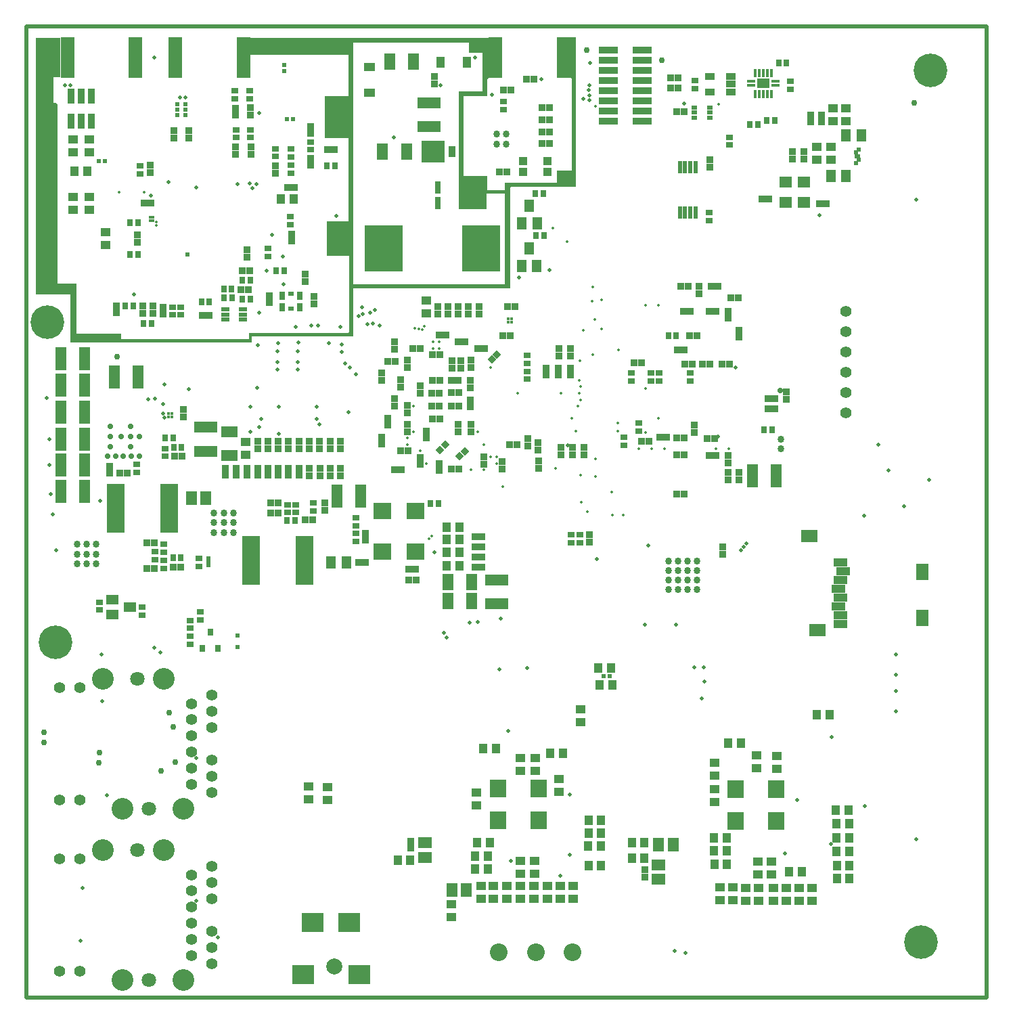
<source format=gbs>
%FSLAX25Y25*%
%MOIN*%
G70*
G01*
G75*
G04 Layer_Color=16711935*
%ADD10C,0.01969*%
%ADD11C,0.01181*%
%ADD12R,0.05906X0.22047*%
%ADD13R,0.06299X0.19291*%
%ADD14R,0.02441X0.02441*%
%ADD15R,0.02559X0.02165*%
%ADD16R,0.02165X0.02559*%
%ADD17R,0.05512X0.03740*%
%ADD18R,0.02441X0.02441*%
%ADD19R,0.07087X0.04528*%
%ADD20R,0.03937X0.03543*%
%ADD21R,0.03543X0.03937*%
%ADD22R,0.04528X0.07087*%
%ADD23R,0.05709X0.04528*%
%ADD24R,0.04528X0.10630*%
%ADD25R,0.04528X0.05709*%
%ADD26R,0.10630X0.04528*%
%ADD27R,0.01654X0.01811*%
%ADD28R,0.01575X0.01575*%
%ADD29R,0.05512X0.04134*%
%ADD30R,0.08661X0.20472*%
%ADD31R,0.23622X0.07874*%
%ADD32R,0.06693X0.02795*%
%ADD33R,0.02795X0.06693*%
%ADD34R,0.01969X0.01969*%
%ADD35R,0.01969X0.01378*%
%ADD36R,0.01969X0.01969*%
%ADD37R,0.01378X0.01969*%
G04:AMPARAMS|DCode=38|XSize=13.78mil|YSize=19.69mil|CornerRadius=0mil|HoleSize=0mil|Usage=FLASHONLY|Rotation=315.000|XOffset=0mil|YOffset=0mil|HoleType=Round|Shape=Rectangle|*
%AMROTATEDRECTD38*
4,1,4,-0.01183,-0.00209,0.00209,0.01183,0.01183,0.00209,-0.00209,-0.01183,-0.01183,-0.00209,0.0*
%
%ADD38ROTATEDRECTD38*%

%ADD39P,0.02784X4X360.0*%
%ADD40R,0.06299X0.02165*%
%ADD41C,0.01378*%
%ADD42O,0.08268X0.01181*%
%ADD43O,0.01181X0.08268*%
%ADD44R,0.03347X0.01181*%
%ADD45R,0.01181X0.03347*%
%ADD46R,0.13386X0.13386*%
%ADD47R,0.03740X0.05512*%
%ADD48R,0.01575X0.00984*%
%ADD49R,0.01969X0.05512*%
%ADD50R,0.00984X0.01575*%
%ADD51R,0.05512X0.01969*%
%ADD52R,0.03543X0.01575*%
%ADD53R,0.01811X0.01654*%
%ADD54R,0.04724X0.02953*%
%ADD55O,0.02953X0.00984*%
%ADD56O,0.00984X0.02953*%
%ADD57R,0.17716X0.17716*%
%ADD58R,0.07520X0.02992*%
%ADD59R,0.00984X0.01969*%
%ADD60R,0.01969X0.00984*%
%ADD61R,0.09055X0.09055*%
%ADD62R,0.09449X0.02992*%
%ADD63C,0.05906*%
%ADD64R,0.10984X0.07559*%
%ADD65R,0.18110X0.22047*%
%ADD66R,0.04134X0.05512*%
%ADD67R,0.07284X0.02913*%
%ADD68R,0.02362X0.02362*%
%ADD69R,0.04528X0.02992*%
%ADD70C,0.00984*%
%ADD71R,0.02756X0.01181*%
%ADD72R,0.06221X0.09252*%
%ADD73O,0.03150X0.00984*%
%ADD74O,0.00984X0.03150*%
%ADD75R,0.18071X0.04370*%
%ADD76R,0.11181X0.12284*%
%ADD77R,0.05276X0.12284*%
%ADD78R,0.06299X0.08268*%
%ADD79R,0.05315X0.01575*%
%ADD80R,0.07480X0.07087*%
%ADD81R,0.01772X0.01378*%
%ADD82R,0.02362X0.07874*%
%ADD83R,0.01181X0.01181*%
%ADD84R,0.02362X0.01181*%
%ADD85R,0.07087X0.02362*%
%ADD86R,0.01772X0.01181*%
%ADD87R,0.01181X0.01772*%
%ADD88R,0.01181X0.01181*%
%ADD89R,0.26772X0.26772*%
%ADD90R,0.01575X0.01575*%
%ADD91R,0.03543X0.01772*%
%ADD92R,0.18898X0.18898*%
%ADD93C,0.03150*%
%ADD94C,0.00394*%
%ADD95C,0.01000*%
%ADD96C,0.00453*%
%ADD97C,0.01969*%
%ADD98C,0.01378*%
%ADD99C,0.03937*%
%ADD100C,0.00787*%
%ADD101C,0.00512*%
%ADD102C,0.00784*%
%ADD103C,0.00996*%
%ADD104C,0.01181*%
%ADD105R,0.09941X0.01870*%
%ADD106R,0.14075X0.03740*%
%ADD107R,0.04823X0.07776*%
%ADD108R,0.08268X0.01476*%
%ADD109R,0.12303X0.06004*%
%ADD110R,0.01181X0.00984*%
%ADD111R,0.03543X0.00787*%
%ADD112R,0.06299X0.00394*%
%ADD113R,0.31693X0.08071*%
%ADD114R,0.16535X0.19291*%
%ADD115R,0.08563X0.19291*%
%ADD116R,0.42224X0.07874*%
%ADD117R,0.03740X0.24016*%
%ADD118R,0.14370X0.08760*%
%ADD119R,0.09843X0.11122*%
%ADD120R,0.60335X0.08465*%
%ADD121R,0.05807X0.33169*%
%ADD122R,0.03740X0.41043*%
%ADD123R,0.04429X0.41240*%
%ADD124R,0.92913X0.01870*%
%ADD125R,0.02430X0.17389*%
%ADD126R,0.34449X0.01969*%
%ADD127R,0.03642X0.11417*%
%ADD128R,0.02431X0.00820*%
%ADD129R,0.04134X0.05413*%
%ADD130R,0.30413X0.06496*%
%ADD131R,0.30709X0.06299*%
%ADD132R,0.30315X0.12008*%
%ADD133R,0.40256X0.05807*%
%ADD134R,0.39961X0.06594*%
%ADD135R,0.00886X0.01280*%
%ADD136R,0.19095X0.03937*%
%ADD137R,0.27756X0.05413*%
%ADD138R,0.30315X0.06102*%
%ADD139R,0.30807X0.08268*%
%ADD140R,0.38091X0.05118*%
%ADD141R,0.38287X0.06398*%
%ADD142R,0.04232X0.02854*%
%ADD143R,0.05315X0.10728*%
%ADD144R,0.10531X0.12598*%
%ADD145R,0.07087X0.21752*%
%ADD146R,0.08465X0.02854*%
%ADD147R,0.02362X0.02264*%
%ADD148R,0.04429X0.02756*%
%ADD149R,0.11713X0.02953*%
%ADD150R,0.09843X0.04134*%
%ADD151R,0.04921X0.18504*%
%ADD152R,0.13189X0.03051*%
%ADD153R,0.06594X0.04232*%
%ADD154R,0.14075X0.03839*%
%ADD155R,0.03839X0.08661*%
%ADD156R,0.10728X0.03445*%
%ADD157R,0.02431X1.19587*%
%ADD158R,0.02264X0.05512*%
%ADD159R,0.03347X0.05315*%
%ADD160R,0.68504X0.02165*%
%ADD161R,0.02165X0.76575*%
%ADD162R,0.25098X0.01969*%
%ADD163R,0.02658X0.42618*%
%ADD164R,0.16043X0.02264*%
%ADD165R,0.02461X0.13189*%
%ADD166R,0.78150X0.02461*%
%ADD167R,0.34842X0.01969*%
%ADD168R,0.02264X0.71752*%
%ADD169R,0.11614X0.04035*%
%ADD170R,0.10925X0.14469*%
%ADD171R,0.19193X0.03051*%
%ADD172R,0.17224X0.04528*%
%ADD173R,0.05315X0.93799*%
%ADD174R,0.13386X0.08169*%
%ADD175R,0.08661X0.12402*%
%ADD176R,0.08465X0.09843*%
%ADD177R,0.09153X0.17224*%
%ADD178R,0.14764X0.11122*%
%ADD179R,0.13976X0.11319*%
%ADD180R,0.02854X0.21358*%
%ADD181R,0.15453X0.49409*%
%ADD182R,0.18996X0.06496*%
%ADD183R,0.06791X1.25492*%
%ADD184R,0.09911X0.06594*%
%ADD185C,0.15748*%
%ADD186C,0.09882*%
%ADD187C,0.06299*%
%ADD188C,0.04803*%
%ADD189C,0.07087*%
%ADD190C,0.07874*%
%ADD191C,0.00591*%
%ADD192C,0.02165*%
%ADD193C,0.01575*%
%ADD194C,0.02598*%
%ADD195C,0.04000*%
%ADD196C,0.13386*%
%ADD197C,0.10669*%
%ADD198C,0.05591*%
%ADD199C,0.05787*%
%ADD200C,0.08071*%
%ADD201C,0.02362*%
%ADD202C,0.03150*%
%ADD203C,0.02559*%
%ADD204C,0.02874*%
%ADD205C,0.00642*%
%ADD206P,0.03452X4X360.0*%
%ADD207R,0.07874X0.23622*%
%ADD208R,0.07087X0.07874*%
%ADD209C,0.00787*%
%ADD210R,0.01614X0.01299*%
%ADD211R,0.10236X0.08661*%
%ADD212R,0.00945X0.03543*%
%ADD213R,0.03543X0.00945*%
%ADD214R,0.05512X0.03937*%
%ADD215R,0.03937X0.02756*%
%ADD216R,0.01969X0.01575*%
%ADD217R,0.01378X0.05118*%
%ADD218R,0.01772X0.05118*%
%ADD219R,0.02362X0.05118*%
%ADD220R,0.08661X0.02913*%
%ADD221R,0.03347X0.01378*%
%ADD222R,0.05079X0.04882*%
%ADD223R,0.07874X0.07087*%
%ADD224R,0.02992X0.06496*%
%ADD225R,0.04724X0.03543*%
%ADD226R,0.03583X0.04803*%
%ADD227R,0.10512X0.10000*%
%ADD228R,0.03000X0.05000*%
%ADD229R,0.07480X0.05512*%
%ADD230R,0.05906X0.03150*%
%ADD231R,0.05512X0.07087*%
%ADD232R,0.01969X0.03248*%
%ADD233R,0.01969X0.01693*%
%ADD234R,0.03071X0.03425*%
%ADD235R,0.01969X0.02756*%
%ADD236R,0.03248X0.28937*%
%ADD237R,0.19193X0.05512*%
%ADD238R,0.02658X0.02953*%
%ADD239R,0.02067X0.02559*%
%ADD240R,0.29232X0.06299*%
%ADD241R,0.16965X0.06606*%
%ADD242R,0.41894X0.10102*%
%ADD243R,0.07284X0.75492*%
%ADD244R,0.02658X1.25984*%
%ADD245R,0.89173X0.01476*%
%ADD246R,0.01476X0.04626*%
%ADD247R,0.51476X0.01378*%
%ADD248R,0.02264X1.46260*%
%ADD249R,0.79823X0.01969*%
%ADD250R,0.02559X0.50984*%
%ADD251R,0.25295X0.01969*%
%ADD252R,0.02165X0.50394*%
%ADD253R,0.13878X0.02264*%
%ADD254R,0.02362X0.28051*%
%ADD255R,0.67618X0.02362*%
%ADD256R,0.34842X0.02067*%
%ADD257R,0.02165X0.73032*%
%ADD258R,0.44783X0.02756*%
%ADD259R,0.11811X0.16732*%
%ADD260R,0.12795X0.08071*%
%ADD261R,0.13681X0.20768*%
%ADD262R,0.23622X0.03740*%
%ADD263R,0.03839X0.93898*%
%ADD264R,0.14862X0.06201*%
%ADD265R,0.14764X0.09153*%
%ADD266R,0.13090X0.08366*%
%ADD267R,0.08465X0.07677*%
%ADD268R,0.13386X0.09055*%
%ADD269R,0.06102X1.26181*%
%ADD270R,0.08268X0.19193*%
%ADD271R,0.15846X0.19488*%
%ADD272R,0.41142X0.08268*%
%ADD273C,0.00984*%
%ADD274C,0.00472*%
%ADD275C,0.02362*%
%ADD276C,0.00100*%
%ADD277C,0.00700*%
%ADD278C,0.00500*%
%ADD279C,0.00591*%
%ADD280R,0.03937X1.20791*%
%ADD281R,0.14370X0.01500*%
%ADD282C,0.02769*%
%ADD283C,0.01981*%
%ADD284R,0.06706X0.22847*%
%ADD285R,0.07099X0.20091*%
%ADD286R,0.03241X0.03241*%
%ADD287R,0.03359X0.02965*%
%ADD288R,0.02965X0.03359*%
%ADD289R,0.06312X0.04540*%
%ADD290R,0.03241X0.03241*%
%ADD291R,0.07887X0.05328*%
%ADD292R,0.04737X0.04343*%
%ADD293R,0.04343X0.04737*%
%ADD294R,0.05328X0.07887*%
%ADD295R,0.06509X0.05328*%
%ADD296R,0.05328X0.11430*%
%ADD297R,0.05328X0.06509*%
%ADD298R,0.11430X0.05328*%
%ADD299R,0.02454X0.02611*%
%ADD300R,0.02375X0.02375*%
%ADD301R,0.06312X0.04934*%
%ADD302R,0.09461X0.21272*%
%ADD303R,0.24422X0.08674*%
%ADD304R,0.07493X0.03595*%
%ADD305R,0.03595X0.07493*%
%ADD306R,0.02769X0.02769*%
%ADD307R,0.02769X0.02178*%
%ADD308R,0.02769X0.02769*%
%ADD309R,0.02178X0.02769*%
G04:AMPARAMS|DCode=310|XSize=21.78mil|YSize=27.69mil|CornerRadius=0mil|HoleSize=0mil|Usage=FLASHONLY|Rotation=315.000|XOffset=0mil|YOffset=0mil|HoleType=Round|Shape=Rectangle|*
%AMROTATEDRECTD310*
4,1,4,-0.01749,-0.00209,0.00209,0.01749,0.01749,0.00209,-0.00209,-0.01749,-0.01749,-0.00209,0.0*
%
%ADD310ROTATEDRECTD310*%

%ADD311P,0.03915X4X360.0*%
%ADD312R,0.07099X0.02965*%
%ADD313C,0.02178*%
%ADD314O,0.09068X0.01981*%
%ADD315O,0.01981X0.09068*%
%ADD316R,0.04147X0.01981*%
%ADD317R,0.01981X0.04147*%
%ADD318R,0.14186X0.14186*%
%ADD319R,0.04540X0.06312*%
%ADD320R,0.02375X0.01784*%
%ADD321R,0.02769X0.06312*%
%ADD322R,0.01784X0.02375*%
%ADD323R,0.06312X0.02769*%
%ADD324R,0.04343X0.02375*%
%ADD325R,0.02611X0.02454*%
%ADD326R,0.05524X0.03753*%
%ADD327O,0.03753X0.01784*%
%ADD328O,0.01784X0.03753*%
%ADD329R,0.18517X0.18517*%
%ADD330R,0.08320X0.03792*%
%ADD331R,0.01784X0.02769*%
%ADD332R,0.02769X0.01784*%
%ADD333R,0.09855X0.09855*%
%ADD334R,0.10249X0.03792*%
%ADD335C,0.06706*%
%ADD336R,0.11784X0.08359*%
%ADD337R,0.18910X0.22847*%
%ADD338R,0.04934X0.06312*%
%ADD339R,0.08083X0.03713*%
%ADD340R,0.03162X0.03162*%
%ADD341R,0.05328X0.03792*%
%ADD342C,0.01784*%
%ADD343R,0.03556X0.01981*%
%ADD344R,0.07021X0.10052*%
%ADD345O,0.03950X0.01784*%
%ADD346O,0.01784X0.03950*%
%ADD347R,0.18871X0.05170*%
%ADD348R,0.11981X0.13084*%
%ADD349R,0.06076X0.13084*%
%ADD350R,0.07099X0.09068*%
%ADD351R,0.06115X0.02375*%
%ADD352R,0.08280X0.07887*%
%ADD353R,0.02572X0.02178*%
%ADD354R,0.03162X0.08674*%
%ADD355R,0.01981X0.01981*%
%ADD356R,0.03162X0.01981*%
%ADD357R,0.07887X0.03162*%
%ADD358R,0.02572X0.01981*%
%ADD359R,0.01981X0.02572*%
%ADD360R,0.01981X0.01981*%
%ADD361R,0.27572X0.27572*%
%ADD362R,0.02375X0.02375*%
%ADD363R,0.04343X0.02572*%
%ADD364R,0.19698X0.19698*%
%ADD365C,0.16548*%
%ADD366C,0.10682*%
%ADD367C,0.07099*%
%ADD368C,0.05603*%
%ADD369C,0.07887*%
%ADD370C,0.08674*%
%ADD371C,0.01391*%
%ADD372C,0.02965*%
%ADD373C,0.02375*%
%ADD374P,0.04583X4X360.0*%
%ADD375R,0.08674X0.24422*%
%ADD376R,0.07887X0.08674*%
%ADD377C,0.01587*%
%ADD378R,0.02414X0.02099*%
%ADD379R,0.11036X0.09461*%
%ADD380R,0.01745X0.04343*%
%ADD381R,0.04343X0.01745*%
%ADD382R,0.06312X0.04737*%
%ADD383R,0.04737X0.03556*%
%ADD384R,0.02769X0.02375*%
%ADD385R,0.02178X0.05918*%
%ADD386R,0.02572X0.05918*%
%ADD387R,0.03162X0.05918*%
%ADD388R,0.09461X0.03713*%
%ADD389R,0.04147X0.02178*%
%ADD390R,0.05879X0.05682*%
%ADD391R,0.08674X0.07887*%
%ADD392R,0.03792X0.07296*%
%ADD393R,0.05524X0.04343*%
%ADD394R,0.04383X0.05603*%
%ADD395R,0.11312X0.10800*%
%ADD396R,0.03800X0.05800*%
%ADD397R,0.08280X0.06312*%
%ADD398R,0.06706X0.03950*%
%ADD399R,0.06312X0.07887*%
%ADD400R,0.02769X0.04048*%
%ADD401R,0.02769X0.02493*%
%ADD402R,0.03871X0.04225*%
%ADD403R,0.02769X0.03556*%
%ADD404C,0.03398*%
G36*
X266240Y467913D02*
Y394094D01*
X234055D01*
X233858Y393898D01*
Y392618D01*
X233858D01*
X233858Y392618D01*
X233858Y392618D01*
X233957Y392577D01*
Y344094D01*
X156595D01*
Y320669D01*
X106496D01*
X106398Y320571D01*
Y317815D01*
Y317618D01*
X17323D01*
Y341043D01*
X17224Y341142D01*
X98D01*
Y467717D01*
X12205D01*
Y448130D01*
X8760D01*
X8760Y448130D01*
Y435433D01*
X10335D01*
X10728Y435039D01*
Y346654D01*
X20177D01*
X20276Y346555D01*
Y322047D01*
X42028D01*
Y319094D01*
X104724D01*
D01*
D01*
D01*
Y319094D01*
X104724Y319094D01*
Y319094D01*
X104724Y319094D01*
D01*
X105118Y319094D01*
X105217Y319193D01*
X105020Y319390D01*
X105020Y322244D01*
X153839D01*
X154429Y322835D01*
X154528Y322933D01*
Y360236D01*
X143701D01*
X143701Y360236D01*
Y360236D01*
X143504Y360433D01*
Y377067D01*
X154331D01*
X154134Y377264D01*
Y418110D01*
X142717D01*
X142421Y418405D01*
X142421D01*
X142421Y418405D01*
Y438878D01*
X154134D01*
X154331Y438681D01*
Y459252D01*
X105807D01*
X105709Y459350D01*
X105413Y459646D01*
Y467717D01*
X223031D01*
Y448130D01*
X223130Y448032D01*
X222441Y447342D01*
Y438976D01*
X211024D01*
X210925Y438878D01*
X210728Y438681D01*
Y399606D01*
X222244D01*
X222244Y399606D01*
X222244Y399606D01*
X222441Y399525D01*
Y392618D01*
X231299D01*
Y392717D01*
Y396063D01*
X256791D01*
X256890Y395965D01*
Y402264D01*
X263976Y402264D01*
X264075Y402165D01*
X264173Y402264D01*
X264173Y402461D01*
X264173Y402461D01*
D01*
Y402461D01*
X264173D01*
D01*
D01*
D01*
Y447146D01*
Y447539D01*
X263583Y448130D01*
X263386Y448327D01*
Y468012D01*
X266142D01*
X266240Y467913D01*
D02*
G37*
%LPC*%
G36*
X213386Y465256D02*
X156595D01*
Y346063D01*
X231299D01*
Y390846D01*
X222244D01*
Y383268D01*
X208661D01*
X208563Y383366D01*
Y394587D01*
Y441142D01*
X208563Y441142D01*
X208563Y441142D01*
X208604Y441240D01*
X220079D01*
Y460138D01*
X219980Y460236D01*
X213484D01*
Y465158D01*
X213386Y465256D01*
D02*
G37*
%LPD*%
D97*
X-4626Y468602D02*
Y473228D01*
X468602D01*
Y-5118D02*
Y473228D01*
X-4626Y-5118D02*
X468602D01*
X-4626D02*
Y468602D01*
D282*
X366732Y293898D02*
D03*
X35433Y261457D02*
D03*
X39370D02*
D03*
X36909Y266083D02*
D03*
Y271201D02*
D03*
Y276319D02*
D03*
X42224Y271201D02*
D03*
X47244Y261457D02*
D03*
X43307D02*
D03*
X51181D02*
D03*
X46752Y266083D02*
D03*
X46752Y276319D02*
D03*
Y271201D02*
D03*
X51279Y271201D02*
D03*
D283*
X263090Y65354D02*
D03*
X415256Y267126D02*
D03*
X348819Y216732D02*
D03*
X350295Y218406D02*
D03*
X347441Y215256D02*
D03*
X427854Y236910D02*
D03*
X420079Y254429D02*
D03*
X440158Y249803D02*
D03*
X391732Y70669D02*
D03*
X23228Y49016D02*
D03*
X22047Y22736D02*
D03*
X32776Y140748D02*
D03*
X35335Y94587D02*
D03*
X260236Y452949D02*
D03*
X216531Y457870D02*
D03*
X408563Y89075D02*
D03*
X433858Y387992D02*
D03*
X433957Y73032D02*
D03*
X199646Y444153D02*
D03*
X58563Y457870D02*
D03*
X89862Y24409D02*
D03*
X79137Y42719D02*
D03*
X108169Y462598D02*
D03*
X9843Y452559D02*
D03*
X110039Y332185D02*
D03*
X138484Y285925D02*
D03*
X154232Y283268D02*
D03*
X159252Y330709D02*
D03*
X167028Y333465D02*
D03*
X150295Y325295D02*
D03*
X128051Y325197D02*
D03*
X109350Y316142D02*
D03*
X301870Y217717D02*
D03*
X276476Y210827D02*
D03*
X315354Y178445D02*
D03*
X300295D02*
D03*
X329134Y157480D02*
D03*
X324410D02*
D03*
X242323Y157087D02*
D03*
X228445Y156398D02*
D03*
X217815Y179823D02*
D03*
X213681Y179626D02*
D03*
X202362Y172146D02*
D03*
X79035Y393996D02*
D03*
X106890Y393602D02*
D03*
X65551Y396555D02*
D03*
X122047Y346260D02*
D03*
X113976Y352756D02*
D03*
X157874Y301772D02*
D03*
X119882Y285728D02*
D03*
X105709Y285827D02*
D03*
X139075Y325984D02*
D03*
X135728Y325984D02*
D03*
X163386Y326476D02*
D03*
X144390Y317224D02*
D03*
X150984Y312992D02*
D03*
X150886Y316634D02*
D03*
X154921Y305217D02*
D03*
X152559Y307185D02*
D03*
X110335Y275886D02*
D03*
X139961Y277264D02*
D03*
X138583Y279823D02*
D03*
X111221D02*
D03*
X109153Y295374D02*
D03*
X129232Y304331D02*
D03*
X119291D02*
D03*
X129232Y307874D02*
D03*
X119291Y307776D02*
D03*
Y313091D02*
D03*
X129331Y313090D02*
D03*
X119390Y317323D02*
D03*
X121850Y359744D02*
D03*
X201279Y174705D02*
D03*
X253248Y353248D02*
D03*
X71063Y438307D02*
D03*
X14370Y444291D02*
D03*
X99410Y395669D02*
D03*
X108858Y395472D02*
D03*
X105610Y395768D02*
D03*
X116535Y370472D02*
D03*
X129528Y317618D02*
D03*
X73701Y438307D02*
D03*
X17323Y444291D02*
D03*
X58563Y167126D02*
D03*
X61614Y164862D02*
D03*
X32579Y163878D02*
D03*
X269685Y437697D02*
D03*
X110039Y430610D02*
D03*
X263289Y94865D02*
D03*
X106004Y273622D02*
D03*
X262205Y267028D02*
D03*
X336319Y271358D02*
D03*
X344882Y305217D02*
D03*
X386122Y380216D02*
D03*
X234055Y62285D02*
D03*
X258366Y54823D02*
D03*
X314862Y18012D02*
D03*
X369193Y65945D02*
D03*
X423799Y145945D02*
D03*
X423898Y135945D02*
D03*
X392126Y123228D02*
D03*
X55512Y289469D02*
D03*
X58858Y289961D02*
D03*
X63386Y297047D02*
D03*
X62795Y287205D02*
D03*
X320177Y16929D02*
D03*
X160925Y334842D02*
D03*
X148327Y379921D02*
D03*
X229134Y181496D02*
D03*
X232874Y126083D02*
D03*
X272736Y439370D02*
D03*
X272638Y441732D02*
D03*
X56988Y389764D02*
D03*
X62992Y282579D02*
D03*
X161319Y331693D02*
D03*
X166240Y326772D02*
D03*
X273031Y455217D02*
D03*
X63386Y280512D02*
D03*
X169390Y325984D02*
D03*
X164961Y332283D02*
D03*
X272835Y444095D02*
D03*
X79137Y112900D02*
D03*
X5610Y290059D02*
D03*
X7382Y242913D02*
D03*
X31988Y239469D02*
D03*
X8366Y232776D02*
D03*
X119882Y272441D02*
D03*
X238189Y349410D02*
D03*
X319390Y435138D02*
D03*
X423898Y163858D02*
D03*
X423740Y153858D02*
D03*
X272835Y436811D02*
D03*
X6988Y269980D02*
D03*
X196590Y214110D02*
D03*
X408169Y232382D02*
D03*
X6791Y257087D02*
D03*
X329429Y150492D02*
D03*
X328051Y142323D02*
D03*
X375295Y92323D02*
D03*
X75590Y294390D02*
D03*
X10236Y215354D02*
D03*
X176673Y418701D02*
D03*
X249114Y447146D02*
D03*
X225000Y439665D02*
D03*
X48622Y341142D02*
D03*
D285*
X102461Y457870D02*
D03*
X68961D02*
D03*
X260039Y457772D02*
D03*
X226539D02*
D03*
X49213Y457870D02*
D03*
X15713D02*
D03*
D286*
X39862Y332087D02*
D03*
Y335630D02*
D03*
X52756Y331988D02*
D03*
Y335532D02*
D03*
X57776Y331988D02*
D03*
Y335532D02*
D03*
X135630Y420472D02*
D03*
Y424016D02*
D03*
X135630Y404725D02*
D03*
Y408268D02*
D03*
X104331Y252067D02*
D03*
Y255610D02*
D03*
X98957Y252067D02*
D03*
Y255610D02*
D03*
X93504Y252067D02*
D03*
Y255610D02*
D03*
X183071Y273622D02*
D03*
Y277165D02*
D03*
X176772Y286319D02*
D03*
Y289862D02*
D03*
X189370Y257480D02*
D03*
Y261024D02*
D03*
X170472Y267421D02*
D03*
Y270965D02*
D03*
X192421Y270473D02*
D03*
Y274016D02*
D03*
X183268Y282973D02*
D03*
Y286516D02*
D03*
X179921Y295571D02*
D03*
Y299114D02*
D03*
X242457Y266646D02*
D03*
Y270189D02*
D03*
X247673Y264579D02*
D03*
Y268122D02*
D03*
X263520Y301390D02*
D03*
Y304933D02*
D03*
X257614Y301390D02*
D03*
Y304933D02*
D03*
X251551Y301390D02*
D03*
Y304933D02*
D03*
X247772Y255720D02*
D03*
Y259264D02*
D03*
X264602Y262315D02*
D03*
Y265858D02*
D03*
X263520Y311035D02*
D03*
Y314579D02*
D03*
X257811Y311035D02*
D03*
Y314579D02*
D03*
X258894Y262315D02*
D03*
Y265858D02*
D03*
X170472Y299016D02*
D03*
Y302559D02*
D03*
X173524Y276772D02*
D03*
Y280315D02*
D03*
X189370Y292618D02*
D03*
Y296161D02*
D03*
X270114Y262315D02*
D03*
Y265858D02*
D03*
X213224Y331662D02*
D03*
Y335205D02*
D03*
X183071Y305217D02*
D03*
Y308760D02*
D03*
X218406Y331693D02*
D03*
Y335236D02*
D03*
X220866Y257579D02*
D03*
Y261122D02*
D03*
X214567Y305217D02*
D03*
Y308760D02*
D03*
X176969Y314272D02*
D03*
Y317815D02*
D03*
X208157Y331693D02*
D03*
Y335236D02*
D03*
X203150Y331594D02*
D03*
Y335138D02*
D03*
X198130Y331693D02*
D03*
Y335236D02*
D03*
X205118Y304921D02*
D03*
Y308465D02*
D03*
X209547Y304921D02*
D03*
Y308465D02*
D03*
X198819Y254429D02*
D03*
Y257972D02*
D03*
X229724Y255217D02*
D03*
Y258760D02*
D03*
X369980Y289567D02*
D03*
Y293110D02*
D03*
X129787Y252079D02*
D03*
Y255622D02*
D03*
X124669Y252177D02*
D03*
Y255720D02*
D03*
X145043Y265366D02*
D03*
Y268909D02*
D03*
X150260Y265366D02*
D03*
Y268909D02*
D03*
X119622Y252055D02*
D03*
Y255598D02*
D03*
X214567Y273622D02*
D03*
Y277165D02*
D03*
X109512Y265268D02*
D03*
Y268811D02*
D03*
X114630Y265268D02*
D03*
Y268811D02*
D03*
X119650Y265268D02*
D03*
Y268811D02*
D03*
X214323Y285795D02*
D03*
Y289338D02*
D03*
Y295343D02*
D03*
Y298886D02*
D03*
X124669Y265268D02*
D03*
Y268811D02*
D03*
X129689Y265268D02*
D03*
Y268811D02*
D03*
X134906Y265268D02*
D03*
Y268811D02*
D03*
X139925Y265268D02*
D03*
Y268811D02*
D03*
X114504Y252055D02*
D03*
Y255598D02*
D03*
X109386Y252055D02*
D03*
Y255598D02*
D03*
X145177Y251870D02*
D03*
Y255413D02*
D03*
X140024Y251882D02*
D03*
Y255425D02*
D03*
X135004Y251980D02*
D03*
Y255523D02*
D03*
X150295Y251870D02*
D03*
Y255413D02*
D03*
X208268Y273524D02*
D03*
Y277067D02*
D03*
X338583Y213189D02*
D03*
Y216732D02*
D03*
X324606Y273327D02*
D03*
Y276870D02*
D03*
X326969Y341536D02*
D03*
Y345079D02*
D03*
X341339Y329429D02*
D03*
Y332973D02*
D03*
X346457Y320079D02*
D03*
Y323622D02*
D03*
X341339Y258366D02*
D03*
Y261910D02*
D03*
X341240Y249902D02*
D03*
Y253445D02*
D03*
X346457Y249902D02*
D03*
Y253445D02*
D03*
X184941Y68406D02*
D03*
Y71949D02*
D03*
X300295Y54331D02*
D03*
Y57874D02*
D03*
X36614Y253150D02*
D03*
Y256693D02*
D03*
X142618Y234941D02*
D03*
Y238484D02*
D03*
X162500Y220079D02*
D03*
Y223622D02*
D03*
X196457Y444980D02*
D03*
Y448524D02*
D03*
X68012Y418209D02*
D03*
Y421752D02*
D03*
X75492Y418209D02*
D03*
Y421752D02*
D03*
X106299Y410335D02*
D03*
Y413878D02*
D03*
X56496Y401181D02*
D03*
Y404724D02*
D03*
X126083Y367421D02*
D03*
Y370965D02*
D03*
X106004Y429528D02*
D03*
Y433071D02*
D03*
X104134Y359646D02*
D03*
Y363189D02*
D03*
X118307Y400886D02*
D03*
Y404429D02*
D03*
X98425Y429429D02*
D03*
Y432972D02*
D03*
X98622Y410335D02*
D03*
Y413878D02*
D03*
X62795Y331496D02*
D03*
Y335039D02*
D03*
X132776Y347540D02*
D03*
Y351083D02*
D03*
X115059Y337106D02*
D03*
Y340650D02*
D03*
X137106Y336713D02*
D03*
Y340256D02*
D03*
X50197Y367028D02*
D03*
Y370571D02*
D03*
X272835Y219291D02*
D03*
Y222834D02*
D03*
X332185Y404036D02*
D03*
Y407579D02*
D03*
X387008Y426083D02*
D03*
Y429626D02*
D03*
X381693Y426083D02*
D03*
Y429626D02*
D03*
X378642Y407874D02*
D03*
Y411417D02*
D03*
X372933Y407874D02*
D03*
Y411417D02*
D03*
X72933Y281004D02*
D03*
Y284547D02*
D03*
D287*
X31398Y185728D02*
D03*
Y189665D02*
D03*
X52461Y183366D02*
D03*
Y187303D02*
D03*
X125591Y375591D02*
D03*
Y379528D02*
D03*
X106004Y418406D02*
D03*
Y422343D02*
D03*
X51476Y400591D02*
D03*
Y404528D02*
D03*
X105512Y437697D02*
D03*
Y441634D02*
D03*
X118012Y409055D02*
D03*
Y412992D02*
D03*
X125787Y408858D02*
D03*
Y412795D02*
D03*
X114370Y359842D02*
D03*
Y363779D02*
D03*
X98228Y437697D02*
D03*
Y441634D02*
D03*
X67421Y331102D02*
D03*
Y335039D02*
D03*
X230512Y432185D02*
D03*
Y436122D02*
D03*
X71653Y331102D02*
D03*
Y335039D02*
D03*
X135630Y412402D02*
D03*
Y416339D02*
D03*
X289862Y266831D02*
D03*
Y270768D02*
D03*
X297244Y273917D02*
D03*
Y277854D02*
D03*
X303150Y298524D02*
D03*
Y302461D02*
D03*
X307185Y298524D02*
D03*
Y302461D02*
D03*
X322539Y298524D02*
D03*
Y302461D02*
D03*
X293406Y298524D02*
D03*
Y302461D02*
D03*
X63976Y261417D02*
D03*
Y265354D02*
D03*
X49803Y253642D02*
D03*
Y257579D02*
D03*
X63287Y206299D02*
D03*
Y210236D02*
D03*
X63189Y214272D02*
D03*
Y218209D02*
D03*
X58760Y210531D02*
D03*
Y214468D02*
D03*
X136811Y234646D02*
D03*
Y238583D02*
D03*
X128248Y233760D02*
D03*
Y237697D02*
D03*
X124016Y233760D02*
D03*
Y237697D02*
D03*
X80610Y207283D02*
D03*
Y211220D02*
D03*
X157776Y219488D02*
D03*
Y223425D02*
D03*
Y227362D02*
D03*
Y231299D02*
D03*
X76280Y176772D02*
D03*
Y180709D02*
D03*
Y168996D02*
D03*
Y172933D02*
D03*
X81201Y180906D02*
D03*
Y184843D02*
D03*
X125689Y400788D02*
D03*
Y404725D02*
D03*
X98721Y418405D02*
D03*
Y422342D02*
D03*
X242126Y307185D02*
D03*
Y311122D02*
D03*
X242323Y299410D02*
D03*
Y303347D02*
D03*
X268209Y218996D02*
D03*
Y222933D02*
D03*
X263976Y218996D02*
D03*
Y222933D02*
D03*
X341732Y414764D02*
D03*
Y418701D02*
D03*
X331988Y377559D02*
D03*
Y381496D02*
D03*
X371850Y442126D02*
D03*
Y446063D02*
D03*
X324705Y442520D02*
D03*
Y446457D02*
D03*
D288*
X101969Y338878D02*
D03*
X105906D02*
D03*
X101772Y348228D02*
D03*
X105709D02*
D03*
X46457Y360925D02*
D03*
X50394D02*
D03*
X46457Y376673D02*
D03*
X50394D02*
D03*
X118504Y352953D02*
D03*
X122441D02*
D03*
X44291Y335532D02*
D03*
X48228D02*
D03*
X53149Y326870D02*
D03*
X57087D02*
D03*
X143504Y404528D02*
D03*
X147441D02*
D03*
X311713Y320866D02*
D03*
X315650D02*
D03*
X68012Y266043D02*
D03*
X71949D02*
D03*
X63878Y270669D02*
D03*
X67815D02*
D03*
X67716Y211614D02*
D03*
X71653D02*
D03*
X123917Y229724D02*
D03*
X127854D02*
D03*
X358957Y274508D02*
D03*
X362894D02*
D03*
X246457Y370177D02*
D03*
X250394D02*
D03*
X246162Y390846D02*
D03*
X250098D02*
D03*
X92815Y339666D02*
D03*
X96752D02*
D03*
X92716Y343898D02*
D03*
X96653D02*
D03*
X81693Y337599D02*
D03*
X85630D02*
D03*
X194488Y238189D02*
D03*
X198425D02*
D03*
X366043Y455217D02*
D03*
X369980D02*
D03*
X360236Y426772D02*
D03*
X364173D02*
D03*
X351968Y424902D02*
D03*
X355905D02*
D03*
D289*
X37795Y183465D02*
D03*
Y190945D02*
D03*
X46457Y187205D02*
D03*
D290*
X143701Y412402D02*
D03*
X147244D02*
D03*
X195473Y298917D02*
D03*
X199016D02*
D03*
X233500Y267335D02*
D03*
X237043D02*
D03*
X176772Y254724D02*
D03*
X180315D02*
D03*
X179823Y264272D02*
D03*
X183366D02*
D03*
X216437Y206988D02*
D03*
X219980D02*
D03*
X185925Y314665D02*
D03*
X189469D02*
D03*
X195669Y311516D02*
D03*
X199213D02*
D03*
X230315Y320965D02*
D03*
X233858D02*
D03*
X217717Y314567D02*
D03*
X221260D02*
D03*
X216437Y212008D02*
D03*
X219980D02*
D03*
X173622Y308366D02*
D03*
X177165D02*
D03*
X198721Y321260D02*
D03*
X202264D02*
D03*
X216437Y221996D02*
D03*
X219980D02*
D03*
X216437Y217008D02*
D03*
X219980D02*
D03*
X208071Y317815D02*
D03*
X211614D02*
D03*
X204823Y255118D02*
D03*
X208366D02*
D03*
X204921Y292815D02*
D03*
X208465D02*
D03*
X204921Y286221D02*
D03*
X208465D02*
D03*
X204725Y298917D02*
D03*
X208268D02*
D03*
X195327Y286189D02*
D03*
X198870D02*
D03*
X195228Y292488D02*
D03*
X198772D02*
D03*
X195571Y280020D02*
D03*
X199114D02*
D03*
X315945Y270669D02*
D03*
X319488D02*
D03*
X332677Y345177D02*
D03*
X336220D02*
D03*
X317815D02*
D03*
X321358D02*
D03*
X319095Y332874D02*
D03*
X322638D02*
D03*
X331693D02*
D03*
X335236D02*
D03*
X342520Y339666D02*
D03*
X346063D02*
D03*
X319882Y306890D02*
D03*
X323425D02*
D03*
X328642D02*
D03*
X332185D02*
D03*
X294980Y307677D02*
D03*
X298524D02*
D03*
X316043Y313977D02*
D03*
X319587D02*
D03*
X338189Y306988D02*
D03*
X341732D02*
D03*
X322244Y320866D02*
D03*
X325787D02*
D03*
X330807Y270374D02*
D03*
X334350D02*
D03*
X315945Y262106D02*
D03*
X319488D02*
D03*
X331693Y261910D02*
D03*
X335236D02*
D03*
X307382Y270768D02*
D03*
X310925D02*
D03*
X298524Y268898D02*
D03*
X302067D02*
D03*
X315945Y243012D02*
D03*
X319488D02*
D03*
X249606Y415650D02*
D03*
X253150D02*
D03*
X249606Y421358D02*
D03*
X253150D02*
D03*
X249606Y427165D02*
D03*
X253150D02*
D03*
X249606Y433169D02*
D03*
X253150D02*
D03*
X241929Y447146D02*
D03*
X245472D02*
D03*
X230512Y442028D02*
D03*
X234055D02*
D03*
X228543Y401673D02*
D03*
X232087D02*
D03*
X68602Y261417D02*
D03*
X72146D02*
D03*
X41634Y253150D02*
D03*
X45177D02*
D03*
X67913Y206988D02*
D03*
X71457D02*
D03*
X54823Y218898D02*
D03*
X58366D02*
D03*
X54921Y206201D02*
D03*
X58464D02*
D03*
X132874Y230118D02*
D03*
X136417D02*
D03*
X115847Y238484D02*
D03*
X119390D02*
D03*
X115847Y233465D02*
D03*
X119390D02*
D03*
X159055Y209252D02*
D03*
X162598D02*
D03*
X360728Y284744D02*
D03*
X364272D02*
D03*
X360728Y289764D02*
D03*
X364272D02*
D03*
X101181Y343602D02*
D03*
X104724D02*
D03*
X124016Y393799D02*
D03*
X127559D02*
D03*
X101969Y352854D02*
D03*
X105512D02*
D03*
X82087Y331004D02*
D03*
X85630D02*
D03*
X183760Y205807D02*
D03*
X187303D02*
D03*
X183858Y200689D02*
D03*
X187401D02*
D03*
X357677Y388189D02*
D03*
X361220D02*
D03*
X386122Y385925D02*
D03*
X389665D02*
D03*
X315846Y431102D02*
D03*
X319390D02*
D03*
X312894Y442815D02*
D03*
X316437D02*
D03*
X312894Y448032D02*
D03*
X316437D02*
D03*
X53445Y386221D02*
D03*
X56988D02*
D03*
X232480Y335236D02*
D03*
X236024D02*
D03*
D291*
X95472Y261811D02*
D03*
Y273622D02*
D03*
D292*
X192520Y331988D02*
D03*
Y338287D02*
D03*
X238878Y106693D02*
D03*
Y112992D02*
D03*
X246260Y106693D02*
D03*
Y112992D02*
D03*
X245866Y56004D02*
D03*
Y62303D02*
D03*
X238976Y56004D02*
D03*
Y62303D02*
D03*
X143701Y92126D02*
D03*
Y98425D02*
D03*
X134646Y92421D02*
D03*
Y98721D02*
D03*
X355217Y107776D02*
D03*
Y114075D02*
D03*
X365087Y107579D02*
D03*
Y113878D02*
D03*
X362598Y55610D02*
D03*
Y61910D02*
D03*
X355807Y55610D02*
D03*
Y61910D02*
D03*
X26378Y382973D02*
D03*
Y389272D02*
D03*
X26378Y411319D02*
D03*
Y417618D02*
D03*
X18504Y382973D02*
D03*
Y389272D02*
D03*
X18504Y411319D02*
D03*
Y417618D02*
D03*
X399311Y426575D02*
D03*
Y432874D02*
D03*
X392913Y426575D02*
D03*
Y432874D02*
D03*
X391831Y407579D02*
D03*
Y413878D02*
D03*
X384941Y407579D02*
D03*
Y413878D02*
D03*
X257874Y96260D02*
D03*
Y102559D02*
D03*
X268406Y130610D02*
D03*
Y136909D02*
D03*
X217224Y89469D02*
D03*
Y95768D02*
D03*
X258653Y43504D02*
D03*
Y49803D02*
D03*
X245669Y43504D02*
D03*
Y49803D02*
D03*
X232283Y43504D02*
D03*
Y49803D02*
D03*
X219579Y43504D02*
D03*
Y49803D02*
D03*
X264961Y43504D02*
D03*
Y49803D02*
D03*
X252067Y43504D02*
D03*
Y49803D02*
D03*
X238976Y43504D02*
D03*
Y49803D02*
D03*
X225484Y43504D02*
D03*
Y49803D02*
D03*
X204823Y34646D02*
D03*
Y40945D02*
D03*
X334547Y104134D02*
D03*
Y110433D02*
D03*
Y91240D02*
D03*
Y97540D02*
D03*
X376083Y42717D02*
D03*
Y49016D02*
D03*
X363484Y42717D02*
D03*
Y49016D02*
D03*
X349902Y42717D02*
D03*
Y49016D02*
D03*
X337205Y42913D02*
D03*
Y49213D02*
D03*
X382579Y42717D02*
D03*
Y49016D02*
D03*
X369882Y42717D02*
D03*
Y49016D02*
D03*
X356201Y42717D02*
D03*
Y49016D02*
D03*
X343602Y42913D02*
D03*
Y49213D02*
D03*
X103642Y262205D02*
D03*
Y268504D02*
D03*
X34449Y365650D02*
D03*
Y371949D02*
D03*
D293*
X202590Y207614D02*
D03*
X208890D02*
D03*
X202590Y214110D02*
D03*
X208890D02*
D03*
X202590Y220508D02*
D03*
X208890D02*
D03*
X202669Y226709D02*
D03*
X208968D02*
D03*
X277264Y157185D02*
D03*
X283563D02*
D03*
X277953Y148721D02*
D03*
X284252D02*
D03*
X120965Y388091D02*
D03*
X127264D02*
D03*
X19291Y401870D02*
D03*
X25591D02*
D03*
X253642Y115355D02*
D03*
X259941D02*
D03*
X272343Y59843D02*
D03*
X278642D02*
D03*
X272244Y69685D02*
D03*
X278543D02*
D03*
X272343Y75886D02*
D03*
X278642D02*
D03*
X272343Y82382D02*
D03*
X278642D02*
D03*
X220669Y117618D02*
D03*
X226969D02*
D03*
X216535Y58071D02*
D03*
X222835D02*
D03*
X217618Y71162D02*
D03*
X223917D02*
D03*
X216634Y64567D02*
D03*
X222933D02*
D03*
X178347Y62697D02*
D03*
X184646D02*
D03*
X371260Y56890D02*
D03*
X377559D02*
D03*
X394685Y60040D02*
D03*
X400984D02*
D03*
X394587Y66732D02*
D03*
X400886D02*
D03*
X394685Y53543D02*
D03*
X400984D02*
D03*
X394488Y73524D02*
D03*
X400787D02*
D03*
X384842Y134055D02*
D03*
X391142D02*
D03*
X394390Y80512D02*
D03*
X400689D02*
D03*
X341043Y120177D02*
D03*
X347342D02*
D03*
X394291Y87106D02*
D03*
X400591D02*
D03*
X334350Y60630D02*
D03*
X340650D02*
D03*
X334252Y73425D02*
D03*
X340551D02*
D03*
X334252Y67225D02*
D03*
X340551D02*
D03*
X293701Y63484D02*
D03*
X300000D02*
D03*
X293701Y71063D02*
D03*
X300000D02*
D03*
D294*
X203150Y190059D02*
D03*
X214961D02*
D03*
X203150Y199705D02*
D03*
X214961D02*
D03*
X174508Y455905D02*
D03*
X186319D02*
D03*
X170866Y411614D02*
D03*
X182677D02*
D03*
D295*
X191831Y63976D02*
D03*
Y71063D02*
D03*
X306988Y53248D02*
D03*
Y60335D02*
D03*
D296*
X12500Y283366D02*
D03*
X24311D02*
D03*
X12500Y296457D02*
D03*
X24311D02*
D03*
X12402Y309547D02*
D03*
X24213D02*
D03*
X12500Y244094D02*
D03*
X24311D02*
D03*
X148523Y241732D02*
D03*
X160335D02*
D03*
X38681Y300492D02*
D03*
X50492D02*
D03*
X353150Y251870D02*
D03*
X364961D02*
D03*
X12500Y269980D02*
D03*
X24311D02*
D03*
X12500Y257087D02*
D03*
X24311D02*
D03*
D297*
X205217Y48032D02*
D03*
X212303D02*
D03*
X306984Y70071D02*
D03*
X314071D02*
D03*
X76772Y240748D02*
D03*
X83858D02*
D03*
D298*
X227264Y188779D02*
D03*
Y200591D02*
D03*
X83760Y263976D02*
D03*
Y275787D02*
D03*
X193799Y423819D02*
D03*
Y435630D02*
D03*
D299*
X85138Y208248D02*
D03*
Y210846D02*
D03*
D319*
X246949Y355315D02*
D03*
X239468D02*
D03*
X243209Y363977D02*
D03*
X247047Y376181D02*
D03*
X239567D02*
D03*
X243307Y384843D02*
D03*
D337*
X171457Y363976D02*
D03*
X219488D02*
D03*
D338*
X399311Y419390D02*
D03*
X406791D02*
D03*
X391831Y399508D02*
D03*
X399311D02*
D03*
X145669Y209154D02*
D03*
X153150D02*
D03*
D355*
X404232Y406004D02*
D03*
Y411122D02*
D03*
X405413Y407579D02*
D03*
Y412697D02*
D03*
D356*
X404823Y409350D02*
D03*
D362*
X99508Y167618D02*
D03*
Y173130D02*
D03*
D365*
X436221Y22146D02*
D03*
X6004Y327658D02*
D03*
X9744Y169980D02*
D03*
X440945Y451673D02*
D03*
D366*
X42717Y3425D02*
D03*
X33189Y67638D02*
D03*
X63189D02*
D03*
X72716Y3425D02*
D03*
X42717Y87776D02*
D03*
X33189Y151988D02*
D03*
X63189D02*
D03*
X72716Y87776D02*
D03*
D367*
X55709Y3425D02*
D03*
X50197Y67638D02*
D03*
X55709Y87776D02*
D03*
X50197Y151988D02*
D03*
D368*
X11693Y7874D02*
D03*
X21693D02*
D03*
X11693Y63189D02*
D03*
X21693D02*
D03*
X76693Y23559D02*
D03*
X86693Y11555D02*
D03*
X76693Y15567D02*
D03*
X86693Y27539D02*
D03*
Y19547D02*
D03*
X76693Y31551D02*
D03*
Y55134D02*
D03*
Y39543D02*
D03*
Y47535D02*
D03*
X86693Y43524D02*
D03*
Y51516D02*
D03*
Y59508D02*
D03*
X399323Y282740D02*
D03*
Y322740D02*
D03*
Y332740D02*
D03*
Y292740D02*
D03*
Y312740D02*
D03*
Y302740D02*
D03*
X11693Y92224D02*
D03*
X21693D02*
D03*
X11693Y147539D02*
D03*
X21693D02*
D03*
X76693Y107909D02*
D03*
X86693Y95906D02*
D03*
X76693Y99917D02*
D03*
X86693Y111890D02*
D03*
Y103898D02*
D03*
X76693Y115902D02*
D03*
Y139484D02*
D03*
Y123894D02*
D03*
Y131886D02*
D03*
X86693Y127874D02*
D03*
Y135866D02*
D03*
Y143858D02*
D03*
D369*
X147146Y10236D02*
D03*
D370*
X228248Y17165D02*
D03*
X246358D02*
D03*
X264469D02*
D03*
D371*
X227181Y261079D02*
D03*
X230118Y246555D02*
D03*
X220882Y267378D02*
D03*
X193996Y220866D02*
D03*
X189386Y264229D02*
D03*
X195276Y222146D02*
D03*
X186236Y286276D02*
D03*
X214567Y254823D02*
D03*
X224016Y305217D02*
D03*
X335055Y265059D02*
D03*
X297260D02*
D03*
X303559D02*
D03*
X309858D02*
D03*
X341354D02*
D03*
X237628Y292618D02*
D03*
X306709Y335925D02*
D03*
X300410D02*
D03*
X217732Y273677D02*
D03*
X224031Y261079D02*
D03*
X220882Y254780D02*
D03*
X227181Y257929D02*
D03*
X183087Y267378D02*
D03*
X186236Y273677D02*
D03*
X192535Y257929D02*
D03*
X183087Y270528D02*
D03*
X191535Y325590D02*
D03*
X186811Y324508D02*
D03*
X190354Y324016D02*
D03*
X188681Y324311D02*
D03*
X195685Y317772D02*
D03*
Y314622D02*
D03*
X198835Y317772D02*
D03*
Y314622D02*
D03*
X53543Y391535D02*
D03*
X59547Y375098D02*
D03*
X59646Y376772D02*
D03*
X261713Y367224D02*
D03*
X254921Y373917D02*
D03*
X41142Y391535D02*
D03*
X300605Y273341D02*
D03*
X275984Y433957D02*
D03*
X192535Y270528D02*
D03*
X336619Y434863D02*
D03*
X269685Y323524D02*
D03*
X274606Y311713D02*
D03*
X268209Y308465D02*
D03*
X267717Y298917D02*
D03*
X268406Y295866D02*
D03*
X267815Y292618D02*
D03*
X268406Y289370D02*
D03*
X267224Y286221D02*
D03*
X264272Y280217D02*
D03*
X266142Y273819D02*
D03*
X268504Y252067D02*
D03*
X256299Y255610D02*
D03*
X268996Y238976D02*
D03*
X271850Y234350D02*
D03*
X284252Y232480D02*
D03*
X283858Y243799D02*
D03*
X289469Y232480D02*
D03*
X286713Y273819D02*
D03*
X300590Y294980D02*
D03*
X258858Y292618D02*
D03*
X278740Y324213D02*
D03*
X287303Y313878D02*
D03*
X306791Y280118D02*
D03*
X286713Y277756D02*
D03*
X275787Y260236D02*
D03*
X275699Y251565D02*
D03*
X275492Y329035D02*
D03*
X274606Y344783D02*
D03*
X278937Y338484D02*
D03*
X274213Y337894D02*
D03*
D372*
X68701Y110925D02*
D03*
X61713Y106496D02*
D03*
X67815Y128248D02*
D03*
X65847Y135236D02*
D03*
X31280Y110413D02*
D03*
X31358Y115413D02*
D03*
X4075Y120413D02*
D03*
X4232Y125394D02*
D03*
X308661Y456693D02*
D03*
X271535Y461693D02*
D03*
X40059Y310433D02*
D03*
X432972Y435630D02*
D03*
D373*
X74728Y360874D02*
D03*
X122441Y451158D02*
D03*
Y454158D02*
D03*
X34201Y406988D02*
D03*
X31201D02*
D03*
X282701Y153150D02*
D03*
X279701D02*
D03*
X126992Y427559D02*
D03*
X123992D02*
D03*
D374*
X224731Y309082D02*
D03*
X227237Y311587D02*
D03*
X199239Y264692D02*
D03*
X201745Y267198D02*
D03*
X208885Y261543D02*
D03*
X211390Y264048D02*
D03*
D375*
X106201Y210138D02*
D03*
X132579D02*
D03*
X39567Y236024D02*
D03*
X65945D02*
D03*
D376*
X344705Y97473D02*
D03*
X364705Y81725D02*
D03*
X344705D02*
D03*
X364705Y97473D02*
D03*
X227984Y97980D02*
D03*
X247984Y82232D02*
D03*
X227984D02*
D03*
X247984Y97980D02*
D03*
D377*
X232972Y329134D02*
D03*
Y327559D02*
D03*
X234547D02*
D03*
Y329134D02*
D03*
X65650Y282579D02*
D03*
Y281004D02*
D03*
X67224D02*
D03*
Y282579D02*
D03*
X56398Y379232D02*
D03*
Y377658D02*
D03*
X57972D02*
D03*
Y379232D02*
D03*
D378*
X69803Y429626D02*
D03*
Y432185D02*
D03*
Y434744D02*
D03*
X73701Y429626D02*
D03*
Y434744D02*
D03*
Y432185D02*
D03*
D379*
X131791Y6299D02*
D03*
X136516Y31890D02*
D03*
X159350Y6299D02*
D03*
X154626Y31890D02*
D03*
D380*
X356594Y439961D02*
D03*
X354626D02*
D03*
X356594Y450197D02*
D03*
X354626D02*
D03*
X360531Y439961D02*
D03*
X362500D02*
D03*
X358563D02*
D03*
Y450197D02*
D03*
X360531D02*
D03*
X362500D02*
D03*
D381*
X352461Y446063D02*
D03*
Y444095D02*
D03*
X364665D02*
D03*
Y446063D02*
D03*
D382*
X358563Y445079D02*
D03*
D383*
X332283Y441043D02*
D03*
Y448524D02*
D03*
X342520Y441043D02*
D03*
Y448524D02*
D03*
Y444783D02*
D03*
D384*
X324606Y428248D02*
D03*
Y433366D02*
D03*
Y430807D02*
D03*
X332087Y428248D02*
D03*
Y433366D02*
D03*
Y430807D02*
D03*
D385*
X317421Y381595D02*
D03*
Y404035D02*
D03*
X325098Y381595D02*
D03*
X319980D02*
D03*
X322539D02*
D03*
X319980Y404035D02*
D03*
X322539D02*
D03*
X325098D02*
D03*
D386*
X198130Y386122D02*
D03*
D387*
Y393996D02*
D03*
D388*
X282185Y426693D02*
D03*
Y431693D02*
D03*
Y441693D02*
D03*
Y436693D02*
D03*
Y451693D02*
D03*
Y446693D02*
D03*
Y461693D02*
D03*
Y456693D02*
D03*
X298917Y431693D02*
D03*
Y426693D02*
D03*
Y436693D02*
D03*
Y441693D02*
D03*
Y451693D02*
D03*
Y446693D02*
D03*
Y461693D02*
D03*
Y456693D02*
D03*
D389*
X93405Y328740D02*
D03*
Y333858D02*
D03*
Y331299D02*
D03*
X102067Y328740D02*
D03*
Y333858D02*
D03*
Y331299D02*
D03*
D390*
X369488Y386437D02*
D03*
Y396437D02*
D03*
X378346D02*
D03*
Y386437D02*
D03*
D391*
X170768Y214705D02*
D03*
Y234705D02*
D03*
X187303Y214705D02*
D03*
Y234705D02*
D03*
D392*
X17343Y438937D02*
D03*
X27343Y426417D02*
D03*
X17343D02*
D03*
X22343D02*
D03*
Y438937D02*
D03*
X27343D02*
D03*
D393*
X164370Y440591D02*
D03*
Y453307D02*
D03*
D394*
X199567Y455512D02*
D03*
X212441D02*
D03*
D395*
X195955Y411417D02*
D03*
D396*
X205211D02*
D03*
D397*
X385138Y176043D02*
D03*
X381201Y222303D02*
D03*
D398*
X396358Y178799D02*
D03*
Y183130D02*
D03*
X395571Y187461D02*
D03*
Y196122D02*
D03*
X396358Y191791D02*
D03*
Y200453D02*
D03*
X397933Y204784D02*
D03*
X396358Y209114D02*
D03*
D399*
X436909Y181988D02*
D03*
Y204429D02*
D03*
D400*
X121653Y334892D02*
D03*
Y340699D02*
D03*
X130118Y334892D02*
D03*
Y340699D02*
D03*
D401*
X125886Y334114D02*
D03*
Y341477D02*
D03*
D402*
X240098Y401594D02*
D03*
Y406870D02*
D03*
X252028Y401594D02*
D03*
Y406870D02*
D03*
D403*
X89764Y166929D02*
D03*
X82284D02*
D03*
X86024Y175000D02*
D03*
D404*
X87992Y224016D02*
D03*
Y228740D02*
D03*
Y233465D02*
D03*
X92716Y224016D02*
D03*
Y228740D02*
D03*
X97441Y224016D02*
D03*
Y228740D02*
D03*
X92716Y233465D02*
D03*
X97441D02*
D03*
X358563Y445079D02*
D03*
X227165Y415354D02*
D03*
Y420079D02*
D03*
X231890Y415354D02*
D03*
Y420079D02*
D03*
X20472Y208661D02*
D03*
Y218110D02*
D03*
Y213386D02*
D03*
X25197Y208661D02*
D03*
Y213386D02*
D03*
X29921Y208661D02*
D03*
X25197Y218110D02*
D03*
X29921Y213386D02*
D03*
Y218110D02*
D03*
X367323Y265059D02*
D03*
Y269783D02*
D03*
X311713Y200492D02*
D03*
Y195768D02*
D03*
Y205217D02*
D03*
X316437Y209941D02*
D03*
X311713D02*
D03*
X316437Y195768D02*
D03*
X321161D02*
D03*
X316437Y200492D02*
D03*
X325886D02*
D03*
X321161D02*
D03*
X325886Y195768D02*
D03*
X316437Y205217D02*
D03*
X321161Y209941D02*
D03*
X325886Y205217D02*
D03*
X321161D02*
D03*
X325886Y209941D02*
D03*
M02*

</source>
